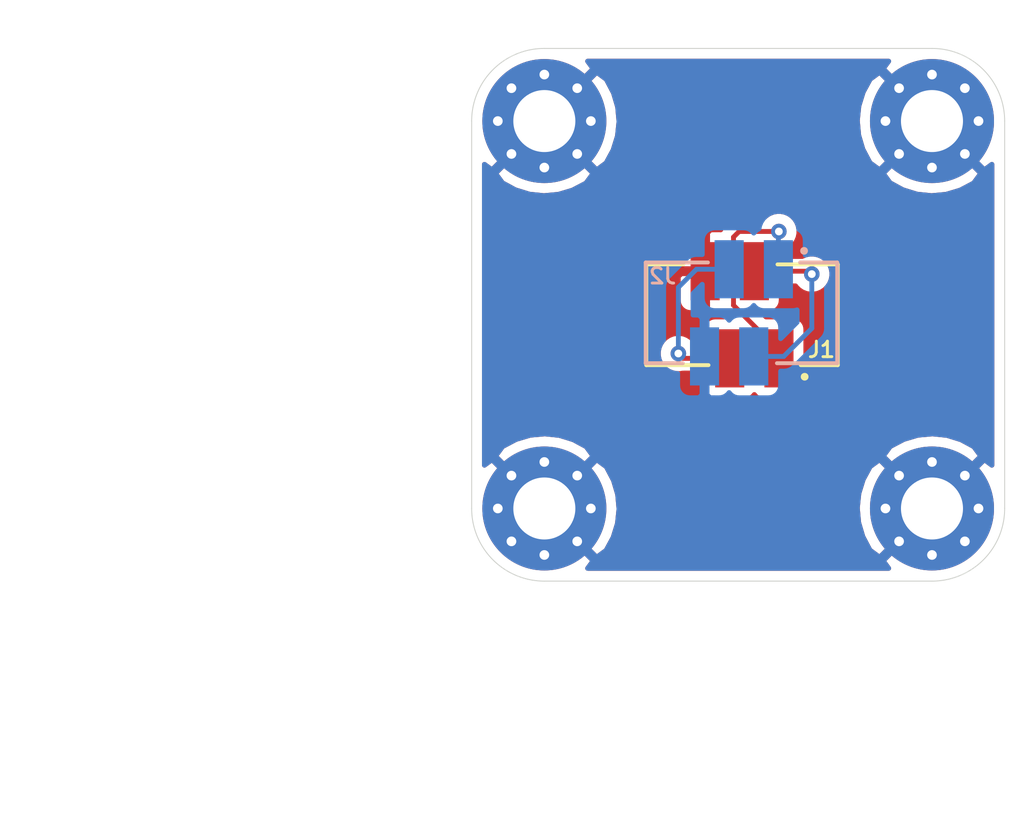
<source format=kicad_pcb>
(kicad_pcb (version 20211014) (generator pcbnew)
  (layers (0 "F.Cu" signal) (31 "B.Cu" signal) (34 "B.Paste" user) (35 "F.Paste" user) (36 "B.SilkS" user "B.Silkscreen") (37 "F.SilkS" user "F.Silkscreen") (38 "B.Mask" user) (39 "F.Mask" user) (44 "Edge.Cuts" user))
  (net 0 "")
  (net 1 "+5V")
  (net 2 "/CANL")
  (net 3 "/CANH")
  (net 4 "GND")
  (footprint "AREA_lib_Connector:690367290476" (layer "F.Cu") (at 127.7 116.25)
    (fp_text reference "J1" (at 4.1 1.8) (layer "F.SilkS") (effects (font (size 0.8 0.8))))
    (fp_text value "CAN")
    (fp_line (start -3.03 -2.6) (end -4.94 -2.6) (layer "F.SilkS") (width 0.2))
    (fp_line (start 4.94 2.6) (end 3.03 2.6) (layer "F.SilkS") (width 0.2))
    (fp_line (start 4.94 -2.6) (end 4.94 2.6) (layer "F.SilkS") (width 0.2))
    (fp_line (start -4.94 2.6) (end -1.73 2.6) (layer "F.SilkS") (width 0.2))
    (fp_line (start -4.94 -2.6) (end -4.94 2.6) (layer "F.SilkS") (width 0.2))
    (fp_line (start 1.83 -2.6) (end 4.94 -2.6) (layer "F.SilkS") (width 0.2))
    (fp_circle (center 3.23 3.2) (end 3.33 3.2) (layer "F.SilkS") (width 0.2) (fill none))
    (pad "1" smd rect locked (at 1.905 2.25) (size 1.5 3) (layers "F.Cu" "F.Paste" "F.Mask") (net 1 "+5V"))
    (pad "2" smd rect locked (at 0.635 -2.25) (size 1.5 3) (layers "F.Cu" "F.Paste" "F.Mask") (net 3 "/CANH"))
    (pad "3" smd rect locked (at -0.635 2.25) (size 1.5 3) (layers "F.Cu" "F.Paste" "F.Mask") (net 2 "/CANL"))
    (pad "4" smd rect locked (at -1.905 -2.25) (size 1.5 3) (layers "F.Cu" "F.Paste" "F.Mask") (net 4 "GND"))
  )
  (footprint "MountingHole:MountingHole_3.2mm_M3_Pad_Via" (layer "F.Cu") (at 117.5 106.25)
    (fp_text reference "H1")
    (fp_text value ".")
    (pad "1" thru_hole circle locked (at 0 0) (size 6.4 6.4) (drill 3.2) (layers *.Cu *.Mask) (net 4 "GND"))
    (pad "1" thru_hole circle locked (at 0 2.4) (size 0.8 0.8) (drill 0.5) (layers *.Cu *.Mask) (net 4 "GND"))
    (pad "1" thru_hole circle locked (at -1.697056 -1.697056) (size 0.8 0.8) (drill 0.5) (layers *.Cu *.Mask) (net 4 "GND"))
    (pad "1" thru_hole circle locked (at -2.4 0) (size 0.8 0.8) (drill 0.5) (layers *.Cu *.Mask) (net 4 "GND"))
    (pad "1" thru_hole circle locked (at 1.697056 1.697056) (size 0.8 0.8) (drill 0.5) (layers *.Cu *.Mask) (net 4 "GND"))
    (pad "1" thru_hole circle locked (at 2.4 0) (size 0.8 0.8) (drill 0.5) (layers *.Cu *.Mask) (net 4 "GND"))
    (pad "1" thru_hole circle locked (at -1.697056 1.697056) (size 0.8 0.8) (drill 0.5) (layers *.Cu *.Mask) (net 4 "GND"))
    (pad "1" thru_hole circle locked (at 0 -2.4) (size 0.8 0.8) (drill 0.5) (layers *.Cu *.Mask) (net 4 "GND"))
    (pad "1" thru_hole circle locked (at 1.697056 -1.697056) (size 0.8 0.8) (drill 0.5) (layers *.Cu *.Mask) (net 4 "GND"))
  )
  (footprint "MountingHole:MountingHole_3.2mm_M3_Pad_Via" (layer "F.Cu") (at 137.5 106.25)
    (fp_text reference "H3")
    (fp_text value ".")
    (pad "1" thru_hole circle locked (at -1.697056 1.697056) (size 0.8 0.8) (drill 0.5) (layers *.Cu *.Mask) (net 4 "GND"))
    (pad "1" thru_hole circle locked (at 2.4 0) (size 0.8 0.8) (drill 0.5) (layers *.Cu *.Mask) (net 4 "GND"))
    (pad "1" thru_hole circle locked (at 0 -2.4) (size 0.8 0.8) (drill 0.5) (layers *.Cu *.Mask) (net 4 "GND"))
    (pad "1" thru_hole circle locked (at 0 2.4) (size 0.8 0.8) (drill 0.5) (layers *.Cu *.Mask) (net 4 "GND"))
    (pad "1" thru_hole circle locked (at 1.697056 1.697056) (size 0.8 0.8) (drill 0.5) (layers *.Cu *.Mask) (net 4 "GND"))
    (pad "1" thru_hole circle locked (at -2.4 0) (size 0.8 0.8) (drill 0.5) (layers *.Cu *.Mask) (net 4 "GND"))
    (pad "1" thru_hole circle locked (at -1.697056 -1.697056) (size 0.8 0.8) (drill 0.5) (layers *.Cu *.Mask) (net 4 "GND"))
    (pad "1" thru_hole circle locked (at 1.697056 -1.697056) (size 0.8 0.8) (drill 0.5) (layers *.Cu *.Mask) (net 4 "GND"))
    (pad "1" thru_hole circle locked (at 0 0) (size 6.4 6.4) (drill 3.2) (layers *.Cu *.Mask) (net 4 "GND"))
  )
  (footprint "MountingHole:MountingHole_3.2mm_M3_Pad_Via" (layer "F.Cu") (at 117.5 126.25)
    (fp_text reference "H4")
    (fp_text value ".")
    (pad "1" thru_hole circle locked (at 1.697056 -1.697056) (size 0.8 0.8) (drill 0.5) (layers *.Cu *.Mask) (net 4 "GND"))
    (pad "1" thru_hole circle locked (at -1.697056 1.697056) (size 0.8 0.8) (drill 0.5) (layers *.Cu *.Mask) (net 4 "GND"))
    (pad "1" thru_hole circle locked (at 2.4 0) (size 0.8 0.8) (drill 0.5) (layers *.Cu *.Mask) (net 4 "GND"))
    (pad "1" thru_hole circle locked (at 0 2.4) (size 0.8 0.8) (drill 0.5) (layers *.Cu *.Mask) (net 4 "GND"))
    (pad "1" thru_hole circle locked (at 0 0) (size 6.4 6.4) (drill 3.2) (layers *.Cu *.Mask) (net 4 "GND"))
    (pad "1" thru_hole circle locked (at 0 -2.4) (size 0.8 0.8) (drill 0.5) (layers *.Cu *.Mask) (net 4 "GND"))
    (pad "1" thru_hole circle locked (at 1.697056 1.697056) (size 0.8 0.8) (drill 0.5) (layers *.Cu *.Mask) (net 4 "GND"))
    (pad "1" thru_hole circle locked (at -1.697056 -1.697056) (size 0.8 0.8) (drill 0.5) (layers *.Cu *.Mask) (net 4 "GND"))
    (pad "1" thru_hole circle locked (at -2.4 0) (size 0.8 0.8) (drill 0.5) (layers *.Cu *.Mask) (net 4 "GND"))
  )
  (footprint "MountingHole:MountingHole_3.2mm_M3_Pad_Via" (layer "F.Cu") (at 137.5 126.25)
    (fp_text reference "H2")
    (fp_text value ".")
    (pad "1" thru_hole circle locked (at 0 2.4) (size 0.8 0.8) (drill 0.5) (layers *.Cu *.Mask) (net 4 "GND"))
    (pad "1" thru_hole circle locked (at 0 0) (size 6.4 6.4) (drill 3.2) (layers *.Cu *.Mask) (net 4 "GND"))
    (pad "1" thru_hole circle locked (at 1.697056 1.697056) (size 0.8 0.8) (drill 0.5) (layers *.Cu *.Mask) (net 4 "GND"))
    (pad "1" thru_hole circle locked (at 2.4 0) (size 0.8 0.8) (drill 0.5) (layers *.Cu *.Mask) (net 4 "GND"))
    (pad "1" thru_hole circle locked (at -1.697056 -1.697056) (size 0.8 0.8) (drill 0.5) (layers *.Cu *.Mask) (net 4 "GND"))
    (pad "1" thru_hole circle locked (at -2.4 0) (size 0.8 0.8) (drill 0.5) (layers *.Cu *.Mask) (net 4 "GND"))
    (pad "1" thru_hole circle locked (at -1.697056 1.697056) (size 0.8 0.8) (drill 0.5) (layers *.Cu *.Mask) (net 4 "GND"))
    (pad "1" thru_hole circle locked (at 1.697056 -1.697056) (size 0.8 0.8) (drill 0.5) (layers *.Cu *.Mask) (net 4 "GND"))
    (pad "1" thru_hole circle locked (at 0 -2.4) (size 0.8 0.8) (drill 0.5) (layers *.Cu *.Mask) (net 4 "GND"))
  )
  (footprint "AREA_lib_Connector:690367290476" (layer "B.Cu") (at 127.670001 116.150001)
    (fp_text reference "J2" (at -4.070001 -1.900001) (layer "B.SilkS") (effects (font (size 0.8 0.8)) (justify mirror)))
    (fp_text value "CAN")
    (fp_line (start -4.94 -2.6) (end -1.73 -2.6) (layer "B.SilkS") (width 0.2))
    (fp_line (start 1.83 2.6) (end 4.94 2.6) (layer "B.SilkS") (width 0.2))
    (fp_line (start -4.94 2.6) (end -4.94 -2.6) (layer "B.SilkS") (width 0.2))
    (fp_line (start -3.03 2.6) (end -4.94 2.6) (layer "B.SilkS") (width 0.2))
    (fp_line (start 4.94 -2.6) (end 3.03 -2.6) (layer "B.SilkS") (width 0.2))
    (fp_line (start 4.94 2.6) (end 4.94 -2.6) (layer "B.SilkS") (width 0.2))
    (fp_circle (center 3.23 -3.2) (end 3.33 -3.2) (layer "B.SilkS") (width 0.2) (fill none))
    (pad "1" smd rect locked (at 1.905 -2.25) (size 1.5 3) (layers "B.Cu" "B.Paste" "B.Mask") (net 1 "+5V"))
    (pad "2" smd rect locked (at 0.635 2.25) (size 1.5 3) (layers "B.Cu" "B.Paste" "B.Mask") (net 3 "/CANH"))
    (pad "3" smd rect locked (at -0.635 -2.25) (size 1.5 3) (layers "B.Cu" "B.Paste" "B.Mask") (net 2 "/CANL"))
    (pad "4" smd rect locked (at -1.905 2.25) (size 1.5 3) (layers "B.Cu" "B.Paste" "B.Mask") (net 4 "GND"))
  )
  (gr_arc (start 113.75 106.25) (mid 114.84835 103.59835) (end 117.5 102.5) (layer "Edge.Cuts") (width 0.05))
  (gr_line (start 117.5 102.5) (end 137.5 102.5) (layer "Edge.Cuts") (width 0.05))
  (gr_line (start 137.5 130) (end 117.5 130) (layer "Edge.Cuts") (width 0.05))
  (gr_arc (start 117.5 130) (mid 114.84835 128.90165) (end 113.75 126.25) (layer "Edge.Cuts") (width 0.05))
  (gr_line (start 113.75 126.25) (end 113.75 106.25) (layer "Edge.Cuts") (width 0.05))
  (gr_line (start 141.25 106.25) (end 141.25 126.25) (layer "Edge.Cuts") (width 0.05))
  (gr_arc (start 141.25 126.25) (mid 140.15165 128.90165) (end 137.5 130) (layer "Edge.Cuts") (width 0.05))
  (gr_arc (start 137.5 102.5) (mid 140.15165 103.59835) (end 141.25 106.25) (layer "Edge.Cuts") (width 0.05))
  (segment (start 129.605 118.105002) (end 129.605 118.5) (width 0.25) (layer "F.Cu") (net 1))
  (segment (start 127.549998 111.95) (end 127.259999 112.239999) (width 0.25) (layer "F.Cu") (net 1))
  (segment (start 127.259999 112.239999) (end 127.259999 115.760001) (width 0.25) (layer "F.Cu") (net 1))
  (segment (start 127.259999 115.760001) (end 129.605 118.105002) (width 0.25) (layer "F.Cu") (net 1))
  (segment (start 129.6 111.95) (end 127.549998 111.95) (width 0.25) (layer "F.Cu") (net 1))
  (via (at 129.6 111.95) (size 0.8) (drill 0.4) (layers "F.Cu" "B.Cu") (net 1))
  (segment (start 129.575001 111.974999) (end 129.6 111.95) (width 0.25) (layer "B.Cu") (net 1))
  (segment (start 129.575001 113.900001) (end 129.575001 111.974999) (width 0.25) (layer "B.Cu") (net 1))
  (segment (start 124.664999 118.5) (end 124.414999 118.25) (width 0.25) (layer "F.Cu") (net 2))
  (segment (start 127.065 118.5) (end 124.664999 118.5) (width 0.25) (layer "F.Cu") (net 2))
  (via (at 124.414999 118.25) (size 0.8) (drill 0.4) (layers "F.Cu" "B.Cu") (net 2))
  (segment (start 124.414999 118.25) (end 124.414999 114.835001) (width 0.25) (layer "B.Cu") (net 2))
  (segment (start 124.414999 114.835001) (end 125.349999 113.900001) (width 0.25) (layer "B.Cu") (net 2))
  (segment (start 125.349999 113.900001) (end 127.035001 113.900001) (width 0.25) (layer "B.Cu") (net 2))
  (segment (start 128.335 114) (end 131.15 114) (width 0.25) (layer "F.Cu") (net 3))
  (segment (start 131.15 114) (end 131.3 114.15) (width 0.25) (layer "F.Cu") (net 3))
  (via (at 131.3 114.15) (size 0.8) (drill 0.4) (layers "F.Cu" "B.Cu") (net 3))
  (segment (start 129.849999 118.400001) (end 128.305001 118.400001) (width 0.25) (layer "B.Cu") (net 3))
  (segment (start 131.3 114.15) (end 131.3 116.95) (width 0.25) (layer "B.Cu") (net 3))
  (segment (start 131.3 116.95) (end 129.849999 118.400001) (width 0.25) (layer "B.Cu") (net 3))
  (zone (net 4) (net_name "GND") (layer "F.Cu") (connect_pads (clearance 0.508)) (min_thickness 0.254) (fill yes (thermal_gap 0.508) (thermal_bridge_width 0.508))
    (polygon (pts (xy 141.25 130.25) (xy 113.5 130) (xy 113.25 101.25) (xy 142.25 100.75)))
  )
  (zone (net 4) (net_name "GND") (layer "B.Cu") (connect_pads (clearance 0.508)) (min_thickness 0.254) (fill yes (thermal_gap 0.508) (thermal_bridge_width 0.508))
    (polygon (pts (xy 142 130.5) (xy 113.25 130.5) (xy 113 100) (xy 141.75 100.75)))
  )
)
</source>
